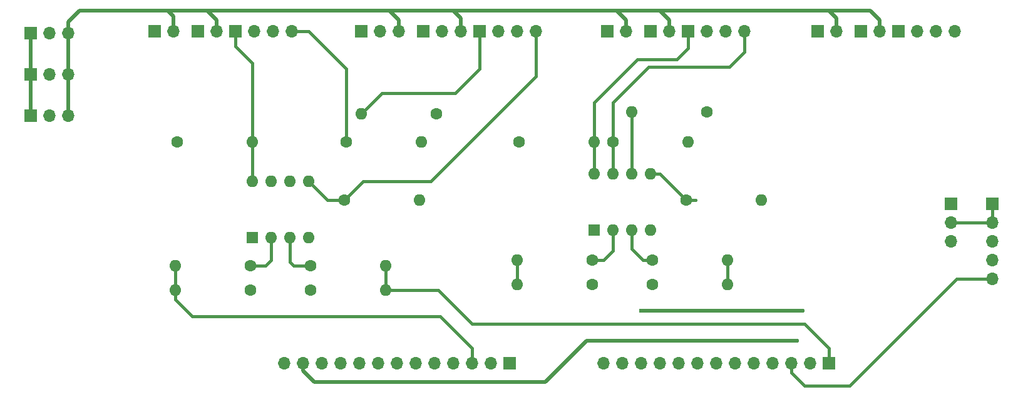
<source format=gtl>
G04 #@! TF.FileFunction,Copper,L1,Top,Signal*
%FSLAX46Y46*%
G04 Gerber Fmt 4.6, Leading zero omitted, Abs format (unit mm)*
G04 Created by KiCad (PCBNEW (2015-11-24 BZR 6329)-product) date Fri 24 Feb 2017 06:21:55 PM EST*
%MOMM*%
G01*
G04 APERTURE LIST*
%ADD10C,0.100000*%
%ADD11R,1.700000X1.700000*%
%ADD12O,1.700000X1.700000*%
%ADD13C,1.600000*%
%ADD14O,1.600000X1.600000*%
%ADD15R,1.600000X1.600000*%
%ADD16C,0.600000*%
%ADD17C,0.500000*%
%ADD18C,0.400000*%
G04 APERTURE END LIST*
D10*
D11*
X93218000Y-60452000D03*
D12*
X95758000Y-60452000D03*
X98298000Y-60452000D03*
D11*
X93218000Y-54864000D03*
D12*
X95758000Y-54864000D03*
X98298000Y-54864000D03*
D13*
X184658000Y-59944000D03*
D14*
X174498000Y-59944000D03*
D13*
X171958000Y-64008000D03*
D14*
X182118000Y-64008000D03*
D13*
X181864000Y-71882000D03*
D14*
X192024000Y-71882000D03*
D13*
X177292000Y-80010000D03*
D14*
X187452000Y-80010000D03*
D13*
X177292000Y-83312000D03*
D14*
X187452000Y-83312000D03*
D13*
X169164000Y-83312000D03*
D14*
X159004000Y-83312000D03*
D13*
X169164000Y-80010000D03*
D14*
X159004000Y-80010000D03*
D13*
X159258000Y-64008000D03*
D14*
X169418000Y-64008000D03*
D15*
X169418000Y-75946000D03*
D14*
X177038000Y-68326000D03*
X171958000Y-75946000D03*
X174498000Y-68326000D03*
X174498000Y-75946000D03*
X171958000Y-68326000D03*
X177038000Y-75946000D03*
X169418000Y-68326000D03*
D11*
X205486000Y-49022000D03*
D12*
X208026000Y-49022000D03*
D11*
X177038000Y-49022000D03*
D12*
X179578000Y-49022000D03*
D11*
X146304000Y-49022000D03*
D12*
X148844000Y-49022000D03*
X151384000Y-49022000D03*
D11*
X109982000Y-49022000D03*
D12*
X112522000Y-49022000D03*
D11*
X217678000Y-72390000D03*
D12*
X217678000Y-74930000D03*
X217678000Y-77470000D03*
D11*
X120904000Y-49022000D03*
D12*
X123444000Y-49022000D03*
X125984000Y-49022000D03*
X128524000Y-49022000D03*
D11*
X153924000Y-49022000D03*
D12*
X156464000Y-49022000D03*
X159004000Y-49022000D03*
X161544000Y-49022000D03*
D11*
X115824000Y-49022000D03*
D12*
X118364000Y-49022000D03*
D11*
X171196000Y-49022000D03*
D12*
X173736000Y-49022000D03*
D11*
X93218000Y-49276000D03*
D12*
X95758000Y-49276000D03*
X98298000Y-49276000D03*
D11*
X137922000Y-49022000D03*
D12*
X140462000Y-49022000D03*
X143002000Y-49022000D03*
D11*
X199644000Y-49022000D03*
D12*
X202184000Y-49022000D03*
D11*
X182118000Y-49022000D03*
D12*
X184658000Y-49022000D03*
X187198000Y-49022000D03*
X189738000Y-49022000D03*
D11*
X210566000Y-49022000D03*
D12*
X213106000Y-49022000D03*
X215646000Y-49022000D03*
X218186000Y-49022000D03*
D11*
X157988000Y-93980000D03*
D12*
X155448000Y-93980000D03*
X152908000Y-93980000D03*
X150368000Y-93980000D03*
X147828000Y-93980000D03*
X145288000Y-93980000D03*
X142748000Y-93980000D03*
X140208000Y-93980000D03*
X137668000Y-93980000D03*
X135128000Y-93980000D03*
X132588000Y-93980000D03*
X130048000Y-93980000D03*
X127508000Y-93980000D03*
D11*
X201168000Y-93980000D03*
D12*
X198628000Y-93980000D03*
X196088000Y-93980000D03*
X193548000Y-93980000D03*
X191008000Y-93980000D03*
X188468000Y-93980000D03*
X185928000Y-93980000D03*
X183388000Y-93980000D03*
X180848000Y-93980000D03*
X178308000Y-93980000D03*
X175768000Y-93980000D03*
X173228000Y-93980000D03*
X170688000Y-93980000D03*
D11*
X223266000Y-72390000D03*
D12*
X223266000Y-74930000D03*
X223266000Y-77470000D03*
X223266000Y-80010000D03*
X223266000Y-82550000D03*
D15*
X123190000Y-76962000D03*
D14*
X130810000Y-69342000D03*
X125730000Y-76962000D03*
X128270000Y-69342000D03*
X128270000Y-76962000D03*
X125730000Y-69342000D03*
X130810000Y-76962000D03*
X123190000Y-69342000D03*
D13*
X113030000Y-64008000D03*
D14*
X123190000Y-64008000D03*
D13*
X122936000Y-80772000D03*
D14*
X112776000Y-80772000D03*
D13*
X122936000Y-84074000D03*
D14*
X112776000Y-84074000D03*
D13*
X131064000Y-84074000D03*
D14*
X141224000Y-84074000D03*
D13*
X131064000Y-80772000D03*
D14*
X141224000Y-80772000D03*
D13*
X135636000Y-71882000D03*
D14*
X145796000Y-71882000D03*
D13*
X135890000Y-64008000D03*
D14*
X146050000Y-64008000D03*
D13*
X148082000Y-60198000D03*
D14*
X137922000Y-60198000D03*
D16*
X175768000Y-86868000D03*
X197612000Y-86868000D03*
X196850000Y-90932000D03*
D17*
X197612000Y-86868000D02*
X175768000Y-86868000D01*
D18*
X223266000Y-72390000D02*
X223266000Y-74930000D01*
X223266000Y-74930000D02*
X217678000Y-74930000D01*
D17*
X130048000Y-93980000D02*
X130048000Y-94996000D01*
X168402000Y-90932000D02*
X196850000Y-90932000D01*
X162814000Y-96520000D02*
X168402000Y-90932000D01*
X131572000Y-96520000D02*
X162814000Y-96520000D01*
X130048000Y-94996000D02*
X131572000Y-96520000D01*
D18*
X123190000Y-64008000D02*
X123190000Y-53340000D01*
X120904000Y-51054000D02*
X120904000Y-49022000D01*
X123190000Y-53340000D02*
X120904000Y-51054000D01*
X123190000Y-69342000D02*
X123190000Y-64008000D01*
X128524000Y-49022000D02*
X130810000Y-49022000D01*
X135890000Y-54102000D02*
X135890000Y-64008000D01*
X130810000Y-49022000D02*
X135890000Y-54102000D01*
X153924000Y-49022000D02*
X153924000Y-54102000D01*
X140716000Y-57404000D02*
X137922000Y-60198000D01*
X150622000Y-57404000D02*
X140716000Y-57404000D01*
X153924000Y-54102000D02*
X150622000Y-57404000D01*
X135636000Y-71882000D02*
X133350000Y-71882000D01*
X133350000Y-71882000D02*
X130810000Y-69342000D01*
X161544000Y-49022000D02*
X161544000Y-55118000D01*
X138176000Y-69342000D02*
X135636000Y-71882000D01*
X147320000Y-69342000D02*
X138176000Y-69342000D01*
X161544000Y-55118000D02*
X147320000Y-69342000D01*
D17*
X98298000Y-60452000D02*
X98298000Y-54864000D01*
X98298000Y-54864000D02*
X98298000Y-49276000D01*
X201168000Y-46228000D02*
X206756000Y-46228000D01*
X208026000Y-47498000D02*
X208026000Y-49022000D01*
X206756000Y-46228000D02*
X208026000Y-47498000D01*
X178308000Y-46228000D02*
X201168000Y-46228000D01*
X202184000Y-47244000D02*
X202184000Y-49022000D01*
X201168000Y-46228000D02*
X202184000Y-47244000D01*
X172212000Y-46228000D02*
X178308000Y-46228000D01*
X179578000Y-47498000D02*
X179578000Y-49022000D01*
X178308000Y-46228000D02*
X179578000Y-47498000D01*
X150368000Y-46228000D02*
X172212000Y-46228000D01*
X172212000Y-46228000D02*
X172466000Y-46228000D01*
X173736000Y-47498000D02*
X173736000Y-49022000D01*
X172466000Y-46228000D02*
X173736000Y-47498000D01*
X141732000Y-46228000D02*
X150368000Y-46228000D01*
X151384000Y-47244000D02*
X151384000Y-49022000D01*
X150368000Y-46228000D02*
X151384000Y-47244000D01*
X116840000Y-46228000D02*
X141732000Y-46228000D01*
X143002000Y-47498000D02*
X143002000Y-49022000D01*
X141732000Y-46228000D02*
X143002000Y-47498000D01*
X112522000Y-49022000D02*
X112522000Y-46990000D01*
X112522000Y-46990000D02*
X111760000Y-46228000D01*
X98298000Y-49276000D02*
X98298000Y-47752000D01*
X118364000Y-47498000D02*
X118364000Y-49022000D01*
X117094000Y-46228000D02*
X118364000Y-47498000D01*
X99822000Y-46228000D02*
X111760000Y-46228000D01*
X111760000Y-46228000D02*
X116840000Y-46228000D01*
X116840000Y-46228000D02*
X117094000Y-46228000D01*
X98298000Y-47752000D02*
X99822000Y-46228000D01*
X93218000Y-54864000D02*
X93218000Y-60452000D01*
X93218000Y-49276000D02*
X93218000Y-54864000D01*
D18*
X169418000Y-64008000D02*
X169418000Y-58674000D01*
X182118000Y-51308000D02*
X182118000Y-49022000D01*
X180594000Y-52832000D02*
X182118000Y-51308000D01*
X175260000Y-52832000D02*
X180594000Y-52832000D01*
X169418000Y-58674000D02*
X175260000Y-52832000D01*
X169418000Y-68326000D02*
X169418000Y-64008000D01*
X171958000Y-64008000D02*
X171958000Y-58674000D01*
X189738000Y-51816000D02*
X189738000Y-49022000D01*
X187706000Y-53848000D02*
X189738000Y-51816000D01*
X176784000Y-53848000D02*
X187706000Y-53848000D01*
X171958000Y-58674000D02*
X176784000Y-53848000D01*
X171958000Y-68326000D02*
X171958000Y-64008000D01*
X174498000Y-59944000D02*
X174498000Y-68326000D01*
X181864000Y-71882000D02*
X178308000Y-68326000D01*
X181864000Y-71882000D02*
X183134000Y-71882000D01*
X178308000Y-68326000D02*
X177038000Y-68326000D01*
X119634000Y-87630000D02*
X115062000Y-87630000D01*
X119634000Y-87630000D02*
X148590000Y-87630000D01*
X148590000Y-87630000D02*
X152908000Y-91948000D01*
X152908000Y-93980000D02*
X152908000Y-91948000D01*
X112776000Y-85344000D02*
X112776000Y-84074000D01*
X115062000Y-87630000D02*
X112776000Y-85344000D01*
X112776000Y-80772000D02*
X112776000Y-84074000D01*
X159004000Y-80010000D02*
X159004000Y-83312000D01*
X187452000Y-80010000D02*
X187452000Y-83312000D01*
X153670000Y-88646000D02*
X152908000Y-88646000D01*
X201168000Y-91948000D02*
X197866000Y-88646000D01*
X197866000Y-88646000D02*
X153670000Y-88646000D01*
X201168000Y-93980000D02*
X201168000Y-91948000D01*
X148336000Y-84074000D02*
X141224000Y-84074000D01*
X152908000Y-88646000D02*
X148336000Y-84074000D01*
X141224000Y-80772000D02*
X141224000Y-84074000D01*
X223266000Y-82550000D02*
X218440000Y-82550000D01*
X196088000Y-95250000D02*
X196088000Y-93980000D01*
X197866000Y-97028000D02*
X196088000Y-95250000D01*
X203962000Y-97028000D02*
X197866000Y-97028000D01*
X218440000Y-82550000D02*
X203962000Y-97028000D01*
X125730000Y-76962000D02*
X125730000Y-80010000D01*
X124968000Y-80772000D02*
X122936000Y-80772000D01*
X125730000Y-80010000D02*
X124968000Y-80772000D01*
X128270000Y-76962000D02*
X128270000Y-80264000D01*
X128778000Y-80772000D02*
X131064000Y-80772000D01*
X128270000Y-80264000D02*
X128778000Y-80772000D01*
X176022000Y-80010000D02*
X174498000Y-78486000D01*
X177292000Y-80010000D02*
X176022000Y-80010000D01*
X174498000Y-78486000D02*
X174498000Y-75946000D01*
X170688000Y-80010000D02*
X171958000Y-78740000D01*
X169164000Y-80010000D02*
X170688000Y-80010000D01*
X171958000Y-78740000D02*
X171958000Y-75946000D01*
M02*

</source>
